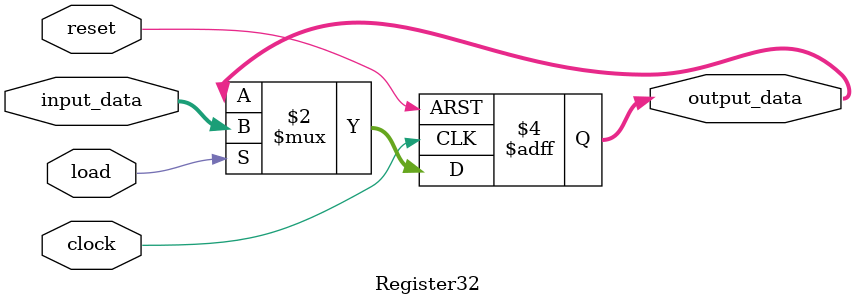
<source format=v>

module Register32(input_data, load, clock, reset, output_data);
    input [31:0] input_data;
    input load, clock, reset;
    output reg [31:0] output_data;

    always @(posedge clock, posedge reset)begin
        if (reset) 
            output_data <= 32'b0;
        else if (load) 
            output_data <= input_data;
    end
endmodule
</source>
